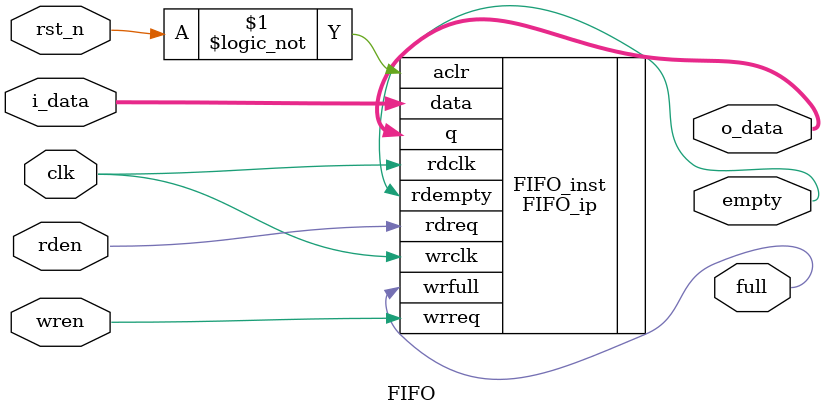
<source format=sv>
`timescale 1ns/1ps

module FIFO
#(
  parameter DEPTH=8,
  parameter DATA_WIDTH=8
)
(
  input  clk,
  input  rst_n,
  input  rden,
  input  wren,
  input  [DATA_WIDTH-1:0] i_data,
  output [DATA_WIDTH-1:0] o_data,
  output full,
  output empty
);

// Instatiate FIFO_ip module to use the FIFO IP core provided by Altera.
FIFO_ip FIFO_inst (
  .aclr(!rst_n),
  .data(i_data),
  .rdclk(clk),
  .rdreq(rden),
  .wrclk(clk),
  .wrreq(wren),
  .q(o_data),
  .wrfull(full),
  .rdempty(empty)
);

// Use the internal implementation of FIFO instead of the IP core.
// // Internal signals
// logic [DATA_WIDTH-1:0] mem [0:DEPTH-1];
// logic [$clog2(DEPTH):0] rd_ptr, wr_ptr, size;
// logic [DATA_WIDTH-1:0] o_data_reg;

// // Read pointer logic
// always_ff @(posedge clk or negedge rst_n) begin
//   if (!rst_n)
//     rd_ptr <= '0;
//   else if (rden && !empty)
//     rd_ptr <= rd_ptr + 1;
// end

// // Write pointer logic
// always_ff @(posedge clk or negedge rst_n) begin
//   if (!rst_n)
//     wr_ptr <= '0;
//   else if (wren && !full)
//     wr_ptr <= wr_ptr + 1;
// end

// // Write operation whenever wren is high.
// always_ff @(posedge clk or negedge rst_n) begin
//   if (!rst_n)
//     mem <= '{default: '0};
//   else if (wren)
//     mem[wr_ptr] <= i_data;
// end

// // Read operation whenever rden is high.
// always_ff @(posedge clk or negedge rst_n) begin
//   if (!rst_n)
//     o_data_reg <= '0;
//   else if (rden)
//     o_data_reg <= mem[rd_ptr];
// end

// // Size logic
// assign size = wr_ptr - rd_ptr;

// // Pass the outputs.
// assign full  = (size == DEPTH);
// assign empty = (size == 0);
// assign o_data = o_data_reg;

endmodule
</source>
